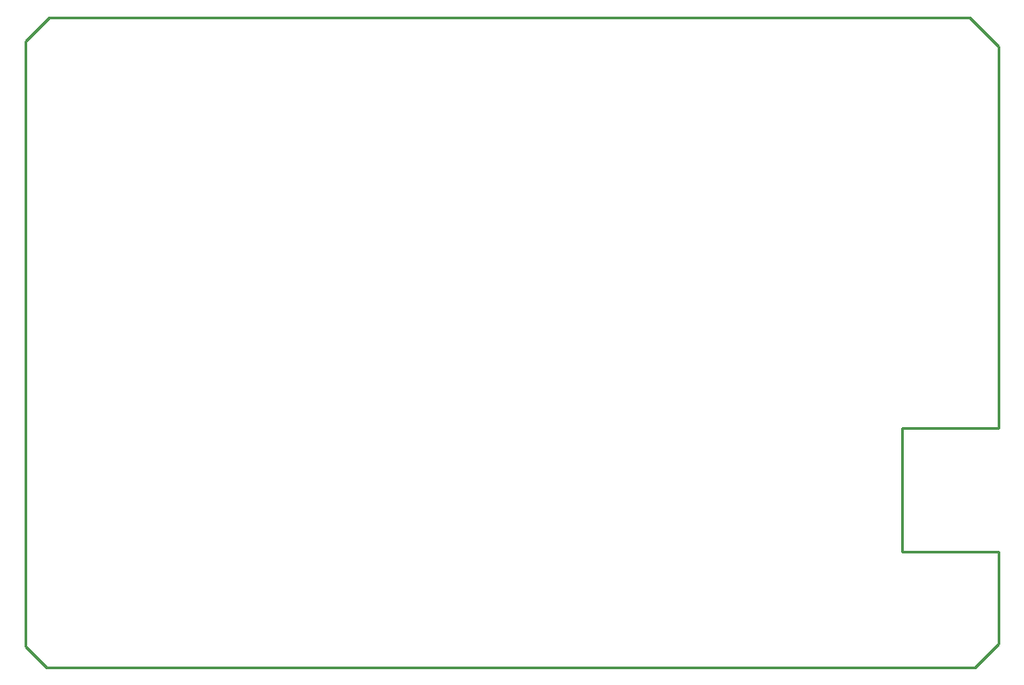
<source format=gbr>
%TF.GenerationSoftware,Altium Limited,Altium Designer,18.1.6 (161)*%
G04 Layer_Color=16711935*
%FSLAX44Y44*%
%MOMM*%
%TF.FileFunction,Keep-out,Top*%
%TF.Part,Single*%
G01*
G75*
%TA.AperFunction,NonConductor*%
%ADD21C,0.2540*%
D21*
X285750Y1207770D02*
X285750Y623570D01*
X306070Y603250D01*
X1201420D01*
X1224280Y626110D02*
Y715010D01*
X1201420Y603250D02*
X1224280Y626110D01*
X1196340Y1230630D02*
X1224280Y1202690D01*
X1224280Y834390D01*
X308610Y1230630D02*
X1196340D01*
X285750Y1207770D02*
X308610Y1230630D01*
X1131570Y715010D02*
X1224280D01*
X1131570D02*
Y834390D01*
X1224280D01*
%TF.MD5,ff2b50cd5db0ed9478ccc4bfe9364240*%
M02*

</source>
